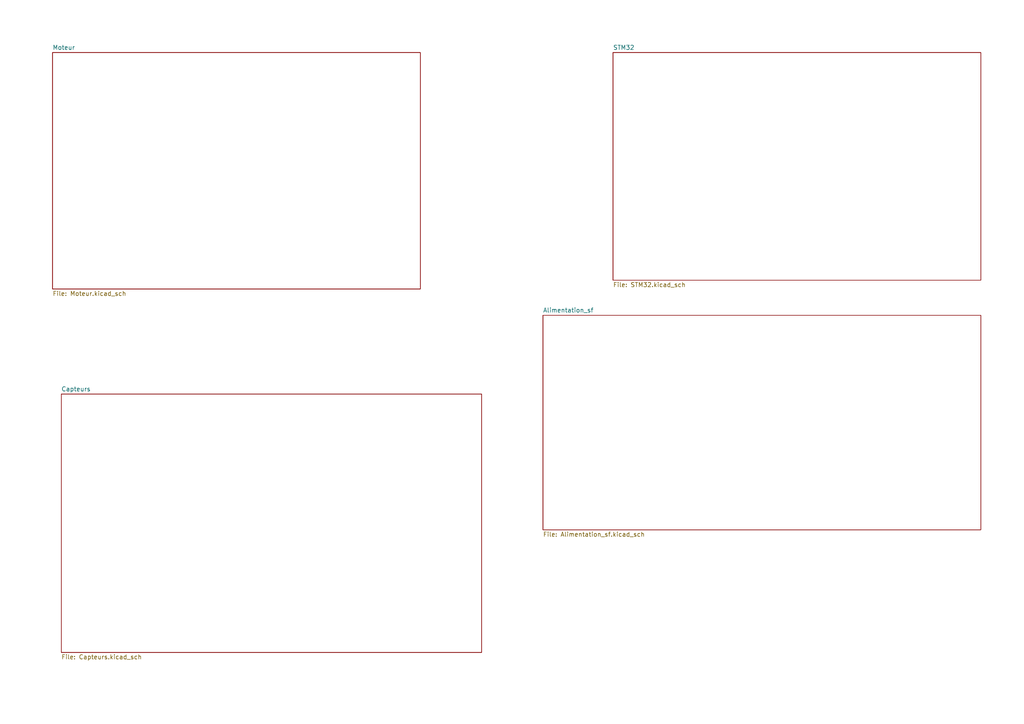
<source format=kicad_sch>
(kicad_sch (version 20230121) (generator eeschema)
  (paper "A4")
  (title_block (title "Alim_projet") (date "2023-09-27") (rev "v1") (company "ENSEA"))
  (lib_symbols)
  (sheet (at 17.78 114.3) (size 121.92 74.93) (stroke (width 0.1524))
    (property "Sheetname" "Capteurs" (at 17.78 113.5884 0) (effects (justify left bottom)))
    (property "Sheetfile" "Capteurs.kicad_sch" (at 17.78 189.8146 0) (effects (justify left top)))
  )
  (sheet (at 177.8 15.24) (size 106.68 66.04) (stroke (width 0.1524))
    (property "Sheetname" "STM32" (at 177.8 14.5284 0) (effects (justify left bottom)))
    (property "Sheetfile" "STM32.kicad_sch" (at 177.8 81.8646 0) (effects (justify left top)))
  )
  (sheet (at 157.48 91.44) (size 127 62.23) (stroke (width 0.1524))
    (property "Sheetname" "Alimentation_sf" (at 157.48 90.7284 0) (effects (justify left bottom)))
    (property "Sheetfile" "Alimentation_sf.kicad_sch" (at 157.48 154.2546 0) (effects (justify left top)))
  )
  (sheet (at 15.24 15.24) (size 106.68 68.58) (stroke (width 0.1524))
    (property "Sheetname" "Moteur" (at 15.24 14.5284 0) (effects (justify left bottom)))
    (property "Sheetfile" "Moteur.kicad_sch" (at 15.24 84.4046 0) (effects (justify left top)))
  )
)
</source>
